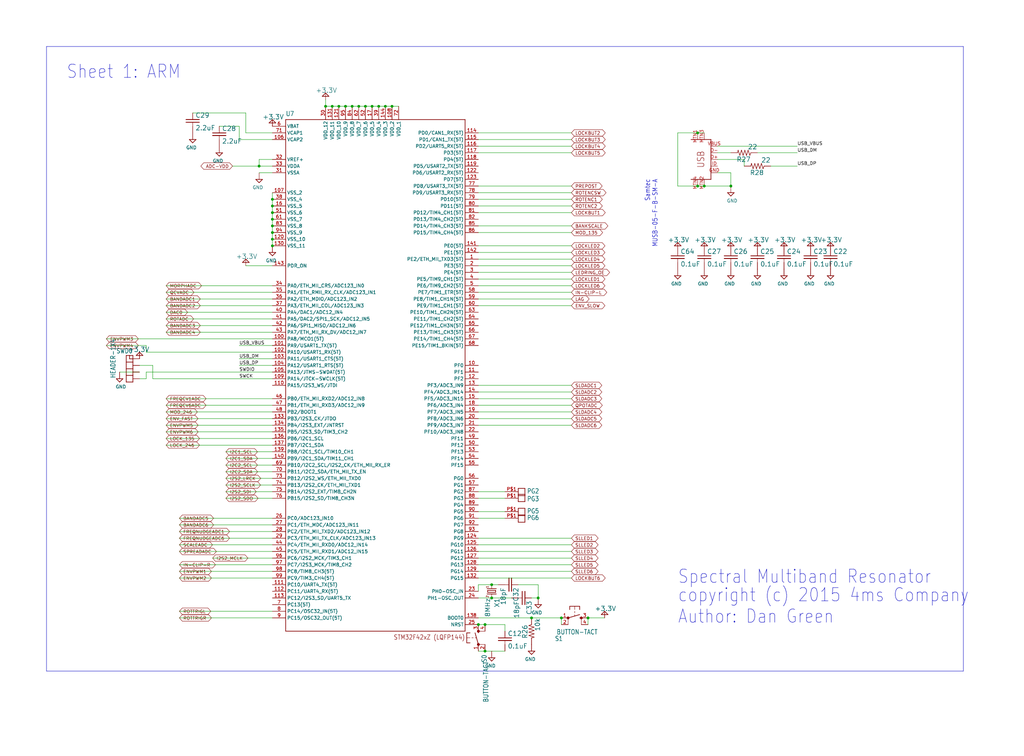
<source format=kicad_sch>
(kicad_sch (version 20231120) (generator "eeschema") (generator_version "8.0")
  (paper "User" 391.465 288.925)
  (lib_symbols
    (symbol "smrf-v1.0.1b-eagle-import:+3.3V" (power)
      (symbol "+3.3V_1_0"
        (pin power_in line (at 0 -2.54 90) (length 2.54) (name "+3.3V") (number "1"))
      )
    )
    (symbol "smrf-v1.0.1b-eagle-import:BUTTON-TACT"
      (property "Reference" "S" (at -6.35 -2.54 90))
      (symbol "BUTTON-TACT_1_0"
        (pin passive line (at 0 -5.08 90) (length 2.54) (name "1") (number "1"))
        (pin passive line (at 2.54 -5.08 90) (length 2.54) (name "2") (number "2"))
        (pin passive line (at 0 5.08 270) (length 2.54) (name "3") (number "3"))
        (pin passive line (at 2.54 5.08 270) (length 2.54) (name "4") (number "4"))
      )
    )
    (symbol "smrf-v1.0.1b-eagle-import:CB"
      (property "Reference" "C" (at 1.016 0.635 0))
      (symbol "CB_1_0"
        (pin passive line (at 0 2.54 270) (length 2.54) (name "1") (number "1"))
        (pin passive line (at 0 -5.08 90) (length 2.54) (name "2") (number "2"))
      )
    )
    (symbol "smrf-v1.0.1b-eagle-import:CRYSTALD"
      (property "Reference" "X" (at 2.54 1.016 0))
      (symbol "CRYSTALD_1_0"
        (text "1" (at -2.159 -1.143 0) (effects (font (size 0.8636 0.734)) (justify left bottom)))
        (text "2" (at 1.524 -1.143 0) (effects (font (size 0.8636 0.734)) (justify left bottom)))
        (pin passive line (at -2.54 0 0) (length 0) (name "1") (number "1"))
        (pin passive line (at 2.54 0 180) (length 0) (name "2") (number "2"))
      )
    )
    (symbol "smrf-v1.0.1b-eagle-import:GND" (power)
      (symbol "GND_1_0"
        (pin power_in line (at 0 2.54 270) (length 2.54) (name "GND") (number "1"))
      )
    )
    (symbol "smrf-v1.0.1b-eagle-import:HEADER-1X4"
      (property "Reference" "H" (at 0 4.572 0))
      (symbol "HEADER-1X4_1_0"
        (pin bidirectional line (at -2.54 2.54 0) (length 2.54) (name "P$1") (number "P$1"))
        (pin bidirectional line (at -2.54 0 0) (length 2.54) (name "P$2") (number "P$2"))
        (pin bidirectional line (at -2.54 -2.54 0) (length 2.54) (name "P$3") (number "P$3"))
        (pin bidirectional line (at -2.54 -5.08 0) (length 2.54) (name "P$4") (number "P$4"))
      )
    )
    (symbol "smrf-v1.0.1b-eagle-import:PAD-06"
      (property "Reference" "TP" (at 3.302 -0.762 0))
      (symbol "PAD-06_1_0"
        (pin bidirectional line (at -5.08 0 0) (length 5.08) (name "1") (number "P$1"))
      )
    )
    (symbol "smrf-v1.0.1b-eagle-import:RB"
      (property "Reference" "R" (at -2.54 1.4986 0))
      (symbol "RB_1_0"
        (pin passive line (at -5.08 0 0) (length 2.54) (name "1") (number "1"))
        (pin passive line (at 5.08 0 180) (length 2.54) (name "2") (number "2"))
      )
    )
    (symbol "smrf-v1.0.1b-eagle-import:STM32F429ZI"
      (property "Reference" "U" (at -35.56 77.47 0))
      (symbol "STM32F429ZI_1_0"
        (text "STM32F42xZ (LQFP144)" (at 33.02 -120.65 0) (effects (font (size 1.778 1.5113)) (justify right top)))
        (pin bidirectional line (at 38.1 22.86 180) (length 5.08) (name "PE2/ETH_MII_TXD3(5T)") (number "1"))
        (pin bidirectional line (at 38.1 -17.78 180) (length 5.08) (name "PF0") (number "10"))
        (pin bidirectional line (at -40.64 -7.62 0) (length 5.08) (name "PA8/MCO1(5T)") (number "100"))
        (pin bidirectional line (at -40.64 -10.16 0) (length 5.08) (name "PA9/USART1_TX(5T)") (number "101"))
        (pin bidirectional line (at -40.64 -12.7 0) (length 5.08) (name "PA10/USART1_RX(5T)") (number "102"))
        (pin bidirectional line (at -40.64 -15.24 0) (length 5.08) (name "PA11/USART1_CTS(5T)") (number "103"))
        (pin bidirectional line (at -40.64 -17.78 0) (length 5.08) (name "PA12/USART1_RTS(5T)") (number "104"))
        (pin bidirectional line (at -40.64 -20.32 0) (length 5.08) (name "PA13/JTMS-SWDAT(5T)") (number "105"))
        (pin bidirectional line (at -40.64 68.58 0) (length 5.08) (name "VCAP2") (number "106"))
        (pin bidirectional line (at -40.64 48.26 0) (length 5.08) (name "VSS_2") (number "107"))
        (pin bidirectional line (at 5.08 81.28 270) (length 5.08) (name "VDD_2") (number "108"))
        (pin bidirectional line (at -40.64 -22.86 0) (length 5.08) (name "PA14/JTCK-SWCLK(5T)") (number "109"))
        (pin bidirectional line (at 38.1 -20.32 180) (length 5.08) (name "PF1") (number "11"))
        (pin bidirectional line (at -40.64 -25.4 0) (length 5.08) (name "PA15/I2S3_WS/JTDI") (number "110"))
        (pin bidirectional line (at -40.64 -101.6 0) (length 5.08) (name "PC10/UART4_TX(5T)") (number "111"))
        (pin bidirectional line (at -40.64 -104.14 0) (length 5.08) (name "PC11/UART4_RX(5T)") (number "112"))
        (pin bidirectional line (at -40.64 -106.68 0) (length 5.08) (name "PC12/I2S3_SD/UART5_TX") (number "113"))
        (pin bidirectional line (at 38.1 71.12 180) (length 5.08) (name "PD0/CAN1_RX(5T)") (number "114"))
        (pin bidirectional line (at 38.1 68.58 180) (length 5.08) (name "PD1/CAN1_TX(5T)") (number "115"))
        (pin bidirectional line (at 38.1 66.04 180) (length 5.08) (name "PD2/UART5_RX(5T)") (number "116"))
        (pin bidirectional line (at 38.1 63.5 180) (length 5.08) (name "PD3(5T)") (number "117"))
        (pin bidirectional line (at 38.1 60.96 180) (length 5.08) (name "PD4(5T)") (number "118"))
        (pin bidirectional line (at 38.1 58.42 180) (length 5.08) (name "PD5/USART2_TX(5T)") (number "119"))
        (pin bidirectional line (at 38.1 -22.86 180) (length 5.08) (name "PF2") (number "12"))
        (pin bidirectional line (at -40.64 30.48 0) (length 5.08) (name "VSS_10") (number "120"))
        (pin bidirectional line (at -15.24 81.28 270) (length 5.08) (name "VDD_10") (number "121"))
        (pin bidirectional line (at 38.1 55.88 180) (length 5.08) (name "PD6/USART2_RX(5T)") (number "122"))
        (pin bidirectional line (at 38.1 53.34 180) (length 5.08) (name "PD7(5T)") (number "123"))
        (pin bidirectional line (at 38.1 -83.82 180) (length 5.08) (name "PG9") (number "124"))
        (pin bidirectional line (at 38.1 -86.36 180) (length 5.08) (name "PG10") (number "125"))
        (pin bidirectional line (at 38.1 -88.9 180) (length 5.08) (name "PG11") (number "126"))
        (pin bidirectional line (at 38.1 -91.44 180) (length 5.08) (name "PG12") (number "127"))
        (pin bidirectional line (at 38.1 -93.98 180) (length 5.08) (name "PG13") (number "128"))
        (pin bidirectional line (at 38.1 -96.52 180) (length 5.08) (name "PG14") (number "129"))
        (pin bidirectional line (at 38.1 -25.4 180) (length 5.08) (name "PF3/ADC3_IN9") (number "13"))
        (pin bidirectional line (at -40.64 27.94 0) (length 5.08) (name "VSS_11") (number "130"))
        (pin bidirectional line (at -17.78 81.28 270) (length 5.08) (name "VDD_11") (number "131"))
        (pin bidirectional line (at 38.1 -99.06 180) (length 5.08) (name "PG15") (number "132"))
        (pin bidirectional line (at -40.64 -38.1 0) (length 5.08) (name "PB3/I2S3_CK/JTDO") (number "133"))
        (pin bidirectional line (at -40.64 -40.64 0) (length 5.08) (name "PB4/I2S3_EXT/JNTRST") (number "134"))
        (pin bidirectional line (at -40.64 -43.18 0) (length 5.08) (name "PB5/I2S3_SD/TIM3_CH2") (number "135"))
        (pin bidirectional line (at -40.64 -45.72 0) (length 5.08) (name "PB6/I2C1_SCL") (number "136"))
        (pin bidirectional line (at -40.64 -48.26 0) (length 5.08) (name "PB7/I2C1_SDA") (number "137"))
        (pin bidirectional line (at 38.1 -114.3 180) (length 5.08) (name "BOOT0") (number "138"))
        (pin bidirectional line (at -40.64 -50.8 0) (length 5.08) (name "PB8/I2C1_SCL/TIM10_CH1") (number "139"))
        (pin bidirectional line (at 38.1 -27.94 180) (length 5.08) (name "PF4/ADC3_IN14") (number "14"))
        (pin bidirectional line (at -40.64 -53.34 0) (length 5.08) (name "PB9/I2C1_SDA/TIM11_CH1") (number "140"))
        (pin bidirectional line (at 38.1 27.94 180) (length 5.08) (name "PE0(5T)") (number "141"))
        (pin bidirectional line (at 38.1 25.4 180) (length 5.08) (name "PE1(5T)") (number "142"))
        (pin bidirectional line (at -40.64 20.32 0) (length 5.08) (name "PDR_ON") (number "143"))
        (pin bidirectional line (at 2.54 81.28 270) (length 5.08) (name "VDD_3") (number "144"))
        (pin bidirectional line (at 38.1 -30.48 180) (length 5.08) (name "PF5/ADC3_IN15") (number "15"))
        (pin bidirectional line (at -40.64 43.18 0) (length 5.08) (name "VSS_5") (number "16"))
        (pin bidirectional line (at -2.54 81.28 270) (length 5.08) (name "VDD_5") (number "17"))
        (pin bidirectional line (at 38.1 -33.02 180) (length 5.08) (name "PF6/ADC3_IN4") (number "18"))
        (pin bidirectional line (at 38.1 -35.56 180) (length 5.08) (name "PF7/ADC3_IN5") (number "19"))
        (pin bidirectional line (at 38.1 20.32 180) (length 5.08) (name "PE3(5T)") (number "2"))
        (pin bidirectional line (at 38.1 -38.1 180) (length 5.08) (name "PF8/ADC3_IN6") (number "20"))
        (pin bidirectional line (at 38.1 -40.64 180) (length 5.08) (name "PF9/ADC3_IN7") (number "21"))
        (pin bidirectional line (at 38.1 -43.18 180) (length 5.08) (name "PF10/ADC3_IN8") (number "22"))
        (pin bidirectional line (at 38.1 -104.14 180) (length 5.08) (name "PH0-OSC_IN") (number "23"))
        (pin bidirectional line (at 38.1 -106.68 180) (length 5.08) (name "PH1-OSC_OUT") (number "24"))
        (pin bidirectional line (at 38.1 -116.84 180) (length 5.08) (name "NRST") (number "25"))
        (pin bidirectional line (at -40.64 -76.2 0) (length 5.08) (name "PC0/ADC123_IN10") (number "26"))
        (pin bidirectional line (at -40.64 -78.74 0) (length 5.08) (name "PC1/ETH_MDC/ADC123_IN11") (number "27"))
        (pin bidirectional line (at -40.64 -81.28 0) (length 5.08) (name "PC2/ETH_MII_TXD2/ADC123_IN12") (number "28"))
        (pin bidirectional line (at -40.64 -83.82 0) (length 5.08) (name "PC3/ETH_MII_TX_CLK/ADC123_IN13") (number "29"))
        (pin bidirectional line (at 38.1 17.78 180) (length 5.08) (name "PE4(5T)") (number "3"))
        (pin bidirectional line (at -20.32 81.28 270) (length 5.08) (name "VDD_12") (number "30"))
        (pin bidirectional line (at -40.64 55.88 0) (length 5.08) (name "VSSA") (number "31"))
        (pin bidirectional line (at -40.64 60.96 0) (length 5.08) (name "VREF+") (number "32"))
        (pin bidirectional line (at -40.64 58.42 0) (length 5.08) (name "VDDA") (number "33"))
        (pin bidirectional line (at -40.64 12.7 0) (length 5.08) (name "PA0/ETH_MII_CRS/ADC123_IN0") (number "34"))
        (pin bidirectional line (at -40.64 10.16 0) (length 5.08) (name "PA1/ETH_RMII_RX_CLK/ADC123_IN1") (number "35"))
        (pin bidirectional line (at -40.64 7.62 0) (length 5.08) (name "PA2/ETH_MDIO/ADC123_IN2") (number "36"))
        (pin bidirectional line (at -40.64 5.08 0) (length 5.08) (name "PA3/ETH_MII_COL/ADC123_IN3") (number "37"))
        (pin bidirectional line (at -40.64 45.72 0) (length 5.08) (name "VSS_4") (number "38"))
        (pin bidirectional line (at 0 81.28 270) (length 5.08) (name "VDD_4") (number "39"))
        (pin bidirectional line (at 38.1 15.24 180) (length 5.08) (name "PE5/TIM9_CH1(5T)") (number "4"))
        (pin bidirectional line (at -40.64 2.54 0) (length 5.08) (name "PA4/DAC1/ADC12_IN4") (number "40"))
        (pin bidirectional line (at -40.64 0 0) (length 5.08) (name "PA5/DAC2/SPI1_SCK/ADC12_IN5") (number "41"))
        (pin bidirectional line (at -40.64 -2.54 0) (length 5.08) (name "PA6/SPI1_MISO/ADC12_IN6") (number "42"))
        (pin bidirectional line (at -40.64 -5.08 0) (length 5.08) (name "PA7/ETH_MII_RX_DV/ADC12_IN7") (number "43"))
        (pin bidirectional line (at -40.64 -86.36 0) (length 5.08) (name "PC4/ETH_MII_RXD0/ADC12_IN14") (number "44"))
        (pin bidirectional line (at -40.64 -88.9 0) (length 5.08) (name "PC5/ETH_MII_RXD1/ADC12_IN15") (number "45"))
        (pin bidirectional line (at -40.64 -30.48 0) (length 5.08) (name "PB0/ETH_MII_RXD2/ADC12_IN8") (number "46"))
        (pin bidirectional line (at -40.64 -33.02 0) (length 5.08) (name "PB1/ETH_MII_RXD3/ADC12_IN9") (number "47"))
        (pin bidirectional line (at -40.64 -35.56 0) (length 5.08) (name "PB2/BOOT1") (number "48"))
        (pin bidirectional line (at 38.1 -45.72 180) (length 5.08) (name "PF11") (number "49"))
        (pin bidirectional line (at 38.1 12.7 180) (length 5.08) (name "PE6/TIM9_CH2(5T)") (number "5"))
        (pin bidirectional line (at 38.1 -48.26 180) (length 5.08) (name "PF12") (number "50"))
        (pin bidirectional line (at -40.64 40.64 0) (length 5.08) (name "VSS_6") (number "51"))
        (pin bidirectional line (at -5.08 81.28 270) (length 5.08) (name "VDD_6") (number "52"))
        (pin bidirectional line (at 38.1 -50.8 180) (length 5.08) (name "PF13") (number "53"))
        (pin bidirectional line (at 38.1 -53.34 180) (length 5.08) (name "PF14") (number "54"))
        (pin bidirectional line (at 38.1 -55.88 180) (length 5.08) (name "PF15") (number "55"))
        (pin bidirectional line (at 38.1 -60.96 180) (length 5.08) (name "PG0") (number "56"))
        (pin bidirectional line (at 38.1 -63.5 180) (length 5.08) (name "PG1") (number "57"))
        (pin bidirectional line (at 38.1 10.16 180) (length 5.08) (name "PE7/TIM1_ETR(5T)") (number "58"))
        (pin bidirectional line (at 38.1 7.62 180) (length 5.08) (name "PE8/TIM1_CH1N(5T)") (number "59"))
        (pin bidirectional line (at -40.64 73.66 0) (length 5.08) (name "VBAT") (number "6"))
        (pin bidirectional line (at 38.1 5.08 180) (length 5.08) (name "PE9/TIM1_CH1(5T)") (number "60"))
        (pin bidirectional line (at -40.64 38.1 0) (length 5.08) (name "VSS_7") (number "61"))
        (pin bidirectional line (at -7.62 81.28 270) (length 5.08) (name "VDD_7") (number "62"))
        (pin bidirectional line (at 38.1 2.54 180) (length 5.08) (name "PE10/TIM1_CH2N(5T)") (number "63"))
        (pin bidirectional line (at 38.1 0 180) (length 5.08) (name "PE11/TIM1_CH2(5T)") (number "64"))
        (pin bidirectional line (at 38.1 -2.54 180) (length 5.08) (name "PE12/TIM1_CH3N(5T)") (number "65"))
        (pin bidirectional line (at 38.1 -5.08 180) (length 5.08) (name "PE13/TIM1_CH3(5T)") (number "66"))
        (pin bidirectional line (at 38.1 -7.62 180) (length 5.08) (name "PE14/TIM1_CH4(5T)") (number "67"))
        (pin bidirectional line (at 38.1 -10.16 180) (length 5.08) (name "PE15/TIM1_BKIN(5T)") (number "68"))
        (pin bidirectional line (at -40.64 -55.88 0) (length 5.08) (name "PB10/I2C2_SCL/I2S2_CK/ETH_MII_RX_ER") (number "69"))
        (pin bidirectional line (at -40.64 -109.22 0) (length 5.08) (name "PC13(5T)") (number "7"))
        (pin bidirectional line (at -40.64 -58.42 0) (length 5.08) (name "PB11/I2C2_SDA/ETH_MII_TX_EN") (number "70"))
        (pin bidirectional line (at -40.64 71.12 0) (length 5.08) (name "VCAP1") (number "71"))
        (pin bidirectional line (at 7.62 81.28 270) (length 5.08) (name "VDD_1") (number "72"))
        (pin bidirectional line (at -40.64 -60.96 0) (length 5.08) (name "PB12/I2S2_WS/ETH_MII_TXD0") (number "73"))
        (pin bidirectional line (at -40.64 -63.5 0) (length 5.08) (name "PB13/I2S2_CK/ETH_MII_TXD1") (number "74"))
        (pin bidirectional line (at -40.64 -66.04 0) (length 5.08) (name "PB14/I2S2_EXT/TIM8_CH2N") (number "75"))
        (pin bidirectional line (at -40.64 -68.58 0) (length 5.08) (name "PB15/I2S2_SD/TIM8_CH3N") (number "76"))
        (pin bidirectional line (at 38.1 50.8 180) (length 5.08) (name "PD8/USART3_TX(5T)") (number "77"))
        (pin bidirectional line (at 38.1 48.26 180) (length 5.08) (name "PD9/USART3_RX(5T)") (number "78"))
        (pin bidirectional line (at 38.1 45.72 180) (length 5.08) (name "PD10(5T)") (number "79"))
        (pin bidirectional line (at -40.64 -111.76 0) (length 5.08) (name "PC14/OSC32_IN(5T)") (number "8"))
        (pin bidirectional line (at 38.1 43.18 180) (length 5.08) (name "PD11(5T)") (number "80"))
        (pin bidirectional line (at 38.1 40.64 180) (length 5.08) (name "PD12/TIM4_CH1(5T)") (number "81"))
        (pin bidirectional line (at 38.1 38.1 180) (length 5.08) (name "PD13/TIM4_CH2(5T)") (number "82"))
        (pin bidirectional line (at -40.64 35.56 0) (length 5.08) (name "VSS_8") (number "83"))
        (pin bidirectional line (at -10.16 81.28 270) (length 5.08) (name "VDD_8") (number "84"))
        (pin bidirectional line (at 38.1 35.56 180) (length 5.08) (name "PD14/TIM4_CH3(5T)") (number "85"))
        (pin bidirectional line (at 38.1 33.02 180) (length 5.08) (name "PD15/TIM4_CH4(5T)") (number "86"))
        (pin bidirectional line (at 38.1 -66.04 180) (length 5.08) (name "PG2") (number "87"))
        (pin bidirectional line (at 38.1 -68.58 180) (length 5.08) (name "PG3") (number "88"))
        (pin bidirectional line (at 38.1 -71.12 180) (length 5.08) (name "PG4") (number "89"))
        (pin bidirectional line (at -40.64 -114.3 0) (length 5.08) (name "PC15/OSC32_OUT(5T)") (number "9"))
        (pin bidirectional line (at 38.1 -73.66 180) (length 5.08) (name "PG5") (number "90"))
        (pin bidirectional line (at 38.1 -76.2 180) (length 5.08) (name "PG6") (number "91"))
        (pin bidirectional line (at 38.1 -78.74 180) (length 5.08) (name "PG7") (number "92"))
        (pin bidirectional line (at 38.1 -81.28 180) (length 5.08) (name "PG8") (number "93"))
        (pin bidirectional line (at -40.64 33.02 0) (length 5.08) (name "VSS_9") (number "94"))
        (pin bidirectional line (at -12.7 81.28 270) (length 5.08) (name "VDD_9") (number "95"))
        (pin bidirectional line (at -40.64 -91.44 0) (length 5.08) (name "PC6/I2S2_MCK/TIM3_CH1") (number "96"))
        (pin bidirectional line (at -40.64 -93.98 0) (length 5.08) (name "PC7/I2S3_MCK/TIM8_CH2") (number "97"))
        (pin bidirectional line (at -40.64 -96.52 0) (length 5.08) (name "PC8/TIM8_CH3(5T)") (number "98"))
        (pin bidirectional line (at -40.64 -99.06 0) (length 5.08) (name "PC9/TIM3_CH4(5T)") (number "99"))
      )
    )
    (symbol "smrf-v1.0.1b-eagle-import:USB-MINIB-5PIN"
      (symbol "USB-MINIB-5PIN_1_0"
        (text "USB" (at 5.334 1.778 900) (effects (font (size 2.54 2.159)) (justify left bottom)))
        (pin bidirectional line (at -2.54 5.08 0) (length 2.54) (name "D+") (number "D+"))
        (pin bidirectional line (at -2.54 7.62 0) (length 2.54) (name "D-") (number "D-"))
        (pin bidirectional line (at -2.54 0 0) (length 2.54) (name "GND") (number "GND"))
        (pin bidirectional line (at -2.54 2.54 0) (length 2.54) (name "ID") (number "ID"))
        (pin bidirectional line (at 5.08 15.24 270) (length 2.54) (name "MTN2") (number "MTN1"))
        (pin bidirectional line (at 2.54 -5.08 90) (length 2.54) (name "MTN3") (number "MTN2"))
        (pin bidirectional line (at 2.54 15.24 270) (length 2.54) (name "MTN1") (number "MTN3"))
        (pin bidirectional line (at 5.08 -5.08 90) (length 2.54) (name "MTN4") (number "MTN4"))
        (pin bidirectional line (at -2.54 10.16 0) (length 2.54) (name "VBUS") (number "VBUS"))
      )
    )
    (symbol "smrf-v1.0.1b-eagle-import:malekko main_RB"
      (property "Reference" "R" (at -2.54 1.4986 0))
      (symbol "malekko main_RB_1_0"
        (pin passive line (at -5.08 0 0) (length 2.54) (name "1") (number "1"))
        (pin passive line (at 5.08 0 180) (length 2.54) (name "2") (number "2"))
      )
    )
  )
  (junction (at 104.14 88.9))
  (junction (at 104.14 91.44))
  (junction (at 187.96 223.52))
  (junction (at 147.32 40.64))
  (junction (at 182.88 238.76))
  (junction (at 269.24 71.12))
  (junction (at 104.14 93.98))
  (junction (at 266.7 50.8))
  (junction (at 266.7 71.12))
  (junction (at 205.74 228.6))
  (junction (at 132.08 40.64))
  (junction (at 185.42 248.92))
  (junction (at 104.14 83.82))
  (junction (at 214.63 236.22))
  (junction (at 104.14 78.74))
  (junction (at 185.42 238.76))
  (junction (at 149.86 40.64))
  (junction (at 104.14 76.2))
  (junction (at 127 40.64))
  (junction (at 104.14 81.28))
  (junction (at 129.54 40.64))
  (junction (at 187.96 228.6))
  (junction (at 139.7 40.64))
  (junction (at 279.4 71.12))
  (junction (at 134.62 40.64))
  (junction (at 144.78 40.64))
  (junction (at 203.2 236.22))
  (junction (at 104.14 86.36))
  (junction (at 137.16 40.64))
  (junction (at 99.06 63.5))
  (junction (at 142.24 40.64))
  (junction (at 224.79 236.22))
  (junction (at 124.46 40.64))
  (wire (pts (xy 218.44 116.84) (xy 182.88 116.84)) (stroke (width 0.1524)))
  (wire (pts (xy 182.88 93.98) (xy 218.44 93.98)) (stroke (width 0.1524)))
  (wire (pts (xy 259.08 50.8) (xy 259.08 71.12)) (stroke (width 0.1524)))
  (wire (pts (xy 182.88 58.42) (xy 218.44 58.42)) (stroke (width 0.1524)))
  (wire (pts (xy 144.78 40.64) (xy 142.24 40.64)) (stroke (width 0.1524)))
  (wire (pts (xy 182.88 236.22) (xy 203.2 236.22)) (stroke (width 0.1524)))
  (wire (pts (xy 104.14 157.48) (xy 63.5 157.48)) (stroke (width 0.1524)))
  (wire (pts (xy 134.62 40.64) (xy 132.08 40.64)) (stroke (width 0.1524)))
  (wire (pts (xy 152.4 40.64) (xy 149.86 40.64)) (stroke (width 0.1524)))
  (wire (pts (xy 104.14 139.7) (xy 91.44 139.7)) (stroke (width 0.1524)))
  (wire (pts (xy 104.14 200.66) (xy 68.58 200.66)) (stroke (width 0.1524)))
  (wire (pts (xy 104.14 50.8) (xy 93.98 50.8)) (stroke (width 0.1524)))
  (wire (pts (xy 104.14 210.82) (xy 68.58 210.82)) (stroke (width 0.1524)))
  (wire (pts (xy 104.14 190.5) (xy 86.36 190.5)) (stroke (width 0.1524)))
  (wire (pts (xy 55.88 134.62) (xy 55.88 132.08)) (stroke (width 0.1524)))
  (wire (pts (xy 104.14 129.54) (xy 40.64 129.54)) (stroke (width 0.1524)))
  (polyline (pts (xy 368.3 17.78) (xy 368.3 256.54)) (stroke (width 0.1524) (type solid)))
  (wire (pts (xy 55.88 142.24) (xy 104.14 142.24)) (stroke (width 0.1524)))
  (wire (pts (xy 104.14 154.94) (xy 63.5 154.94)) (stroke (width 0.1524)))
  (wire (pts (xy 182.88 99.06) (xy 218.44 99.06)) (stroke (width 0.1524)))
  (wire (pts (xy 99.06 63.5) (xy 88.9 63.5)) (stroke (width 0.1524)))
  (wire (pts (xy 187.96 223.52) (xy 190.5 223.52)) (stroke (width 0.1524)))
  (wire (pts (xy 218.44 208.28) (xy 182.88 208.28)) (stroke (width 0.1524)))
  (wire (pts (xy 182.88 149.86) (xy 218.44 149.86)) (stroke (width 0.1524)))
  (wire (pts (xy 182.88 215.9) (xy 218.44 215.9)) (stroke (width 0.1524)))
  (wire (pts (xy 284.48 60.96) (xy 284.48 63.5)) (stroke (width 0.1524)))
  (wire (pts (xy 58.42 144.78) (xy 58.42 139.7)) (stroke (width 0.1524)))
  (wire (pts (xy 63.5 167.64) (xy 104.14 167.64)) (stroke (width 0.1524)))
  (wire (pts (xy 182.88 104.14) (xy 218.44 104.14)) (stroke (width 0.1524)))
  (wire (pts (xy 224.79 236.22) (xy 231.14 236.22)) (stroke (width 0.1524)))
  (wire (pts (xy 104.14 88.9) (xy 104.14 86.36)) (stroke (width 0.1524)))
  (wire (pts (xy 218.44 111.76) (xy 182.88 111.76)) (stroke (width 0.1524)))
  (wire (pts (xy 185.42 238.76) (xy 193.04 238.76)) (stroke (width 0.1524)))
  (wire (pts (xy 218.44 78.74) (xy 182.88 78.74)) (stroke (width 0.1524)))
  (wire (pts (xy 218.44 73.66) (xy 182.88 73.66)) (stroke (width 0.1524)))
  (polyline (pts (xy 368.3 256.54) (xy 17.78 256.54)) (stroke (width 0.1524) (type solid)))
  (wire (pts (xy 104.14 101.6) (xy 93.98 101.6)) (stroke (width 0.1524)))
  (wire (pts (xy 142.24 40.64) (xy 139.7 40.64)) (stroke (width 0.1524)))
  (wire (pts (xy 129.54 40.64) (xy 127 40.64)) (stroke (width 0.1524)))
  (wire (pts (xy 193.04 190.5) (xy 182.88 190.5)) (stroke (width 0.1524)))
  (wire (pts (xy 132.08 40.64) (xy 129.54 40.64)) (stroke (width 0.1524)))
  (wire (pts (xy 182.88 223.52) (xy 187.96 223.52)) (stroke (width 0.1524)))
  (wire (pts (xy 182.88 218.44) (xy 218.44 218.44)) (stroke (width 0.1524)))
  (wire (pts (xy 104.14 86.36) (xy 104.14 83.82)) (stroke (width 0.1524)))
  (wire (pts (xy 104.14 63.5) (xy 99.06 63.5)) (stroke (width 0.1524)))
  (wire (pts (xy 266.7 50.8) (xy 259.08 50.8)) (stroke (width 0.1524)))
  (wire (pts (xy 93.98 50.8) (xy 93.98 43.18)) (stroke (width 0.1524)))
  (wire (pts (xy 104.14 116.84) (xy 63.5 116.84)) (stroke (width 0.1524)))
  (wire (pts (xy 182.88 160.02) (xy 218.44 160.02)) (stroke (width 0.1524)))
  (wire (pts (xy 68.58 198.12) (xy 104.14 198.12)) (stroke (width 0.1524)))
  (wire (pts (xy 182.88 226.06) (xy 182.88 223.52)) (stroke (width 0.1524)))
  (wire (pts (xy 182.88 55.88) (xy 218.44 55.88)) (stroke (width 0.1524)))
  (wire (pts (xy 63.5 119.38) (xy 104.14 119.38)) (stroke (width 0.1524)))
  (wire (pts (xy 182.88 220.98) (xy 218.44 220.98)) (stroke (width 0.1524)))
  (wire (pts (xy 182.88 157.48) (xy 218.44 157.48)) (stroke (width 0.1524)))
  (wire (pts (xy 104.14 175.26) (xy 86.36 175.26)) (stroke (width 0.1524)))
  (wire (pts (xy 182.88 210.82) (xy 218.44 210.82)) (stroke (width 0.1524)))
  (wire (pts (xy 104.14 170.18) (xy 63.5 170.18)) (stroke (width 0.1524)))
  (wire (pts (xy 99.06 66.04) (xy 104.14 66.04)) (stroke (width 0.1524)))
  (wire (pts (xy 182.88 162.56) (xy 218.44 162.56)) (stroke (width 0.1524)))
  (wire (pts (xy 205.74 228.6) (xy 205.74 223.52)) (stroke (width 0.1524)))
  (wire (pts (xy 104.14 215.9) (xy 68.58 215.9)) (stroke (width 0.1524)))
  (wire (pts (xy 104.14 109.22) (xy 63.5 109.22)) (stroke (width 0.1524)))
  (wire (pts (xy 104.14 182.88) (xy 86.36 182.88)) (stroke (width 0.1524)))
  (wire (pts (xy 218.44 76.2) (xy 182.88 76.2)) (stroke (width 0.1524)))
  (wire (pts (xy 104.14 152.4) (xy 63.5 152.4)) (stroke (width 0.1524)))
  (wire (pts (xy 45.72 142.24) (xy 53.34 142.24)) (stroke (width 0.1524)))
  (wire (pts (xy 104.14 180.34) (xy 86.36 180.34)) (stroke (width 0.1524)))
  (wire (pts (xy 104.14 137.16) (xy 91.44 137.16)) (stroke (width 0.1524)))
  (wire (pts (xy 182.88 152.4) (xy 218.44 152.4)) (stroke (width 0.1524)))
  (wire (pts (xy 279.4 66.04) (xy 279.4 71.12)) (stroke (width 0.1524)))
  (wire (pts (xy 185.42 248.92) (xy 193.04 248.92)) (stroke (width 0.1524)))
  (wire (pts (xy 147.32 40.64) (xy 144.78 40.64)) (stroke (width 0.1524)))
  (wire (pts (xy 127 40.64) (xy 124.46 40.64)) (stroke (width 0.1524)))
  (wire (pts (xy 63.5 124.46) (xy 104.14 124.46)) (stroke (width 0.1524)))
  (wire (pts (xy 139.7 40.64) (xy 137.16 40.64)) (stroke (width 0.1524)))
  (wire (pts (xy 104.14 160.02) (xy 63.5 160.02)) (stroke (width 0.1524)))
  (wire (pts (xy 182.88 50.8) (xy 218.44 50.8)) (stroke (width 0.1524)))
  (wire (pts (xy 274.32 66.04) (xy 279.4 66.04)) (stroke (width 0.1524)))
  (wire (pts (xy 55.88 134.62) (xy 104.14 134.62)) (stroke (width 0.1524)))
  (wire (pts (xy 274.32 60.96) (xy 284.48 60.96)) (stroke (width 0.1524)))
  (wire (pts (xy 81.28 213.36) (xy 104.14 213.36)) (stroke (width 0.1524)))
  (wire (pts (xy 91.44 132.08) (xy 104.14 132.08)) (stroke (width 0.1524)))
  (wire (pts (xy 104.14 78.74) (xy 104.14 76.2)) (stroke (width 0.1524)))
  (wire (pts (xy 53.34 144.78) (xy 55.88 144.78)) (stroke (width 0.1524)))
  (wire (pts (xy 104.14 218.44) (xy 68.58 218.44)) (stroke (width 0.1524)))
  (wire (pts (xy 104.14 187.96) (xy 86.36 187.96)) (stroke (width 0.1524)))
  (wire (pts (xy 214.63 236.22) (xy 214.63 238.76)) (stroke (width 0.1524)))
  (wire (pts (xy 185.42 248.92) (xy 182.88 248.92)) (stroke (width 0.1524)))
  (wire (pts (xy 205.74 228.6) (xy 203.2 228.6)) (stroke (width 0.1524)))
  (wire (pts (xy 68.58 203.2) (xy 104.14 203.2)) (stroke (width 0.1524)))
  (wire (pts (xy 104.14 205.74) (xy 68.58 205.74)) (stroke (width 0.1524)))
  (wire (pts (xy 104.14 233.68) (xy 68.58 233.68)) (stroke (width 0.1524)))
  (wire (pts (xy 182.88 238.76) (xy 185.42 238.76)) (stroke (width 0.1524)))
  (wire (pts (xy 104.14 172.72) (xy 86.36 172.72)) (stroke (width 0.1524)))
  (wire (pts (xy 218.44 88.9) (xy 182.88 88.9)) (stroke (width 0.1524)))
  (wire (pts (xy 58.42 139.7) (xy 53.34 139.7)) (stroke (width 0.1524)))
  (wire (pts (xy 218.44 71.12) (xy 182.88 71.12)) (stroke (width 0.1524)))
  (wire (pts (xy 104.14 121.92) (xy 63.5 121.92)) (stroke (width 0.1524)))
  (polyline (pts (xy 17.78 256.54) (xy 17.78 17.78)) (stroke (width 0.1524) (type solid)))
  (wire (pts (xy 104.14 165.1) (xy 63.5 165.1)) (stroke (width 0.1524)))
  (wire (pts (xy 266.7 71.12) (xy 259.08 71.12)) (stroke (width 0.1524)))
  (wire (pts (xy 104.14 220.98) (xy 68.58 220.98)) (stroke (width 0.1524)))
  (wire (pts (xy 104.14 162.56) (xy 63.5 162.56)) (stroke (width 0.1524)))
  (wire (pts (xy 182.88 101.6) (xy 218.44 101.6)) (stroke (width 0.1524)))
  (wire (pts (xy 55.88 144.78) (xy 55.88 142.24)) (stroke (width 0.1524)))
  (wire (pts (xy 182.88 213.36) (xy 218.44 213.36)) (stroke (width 0.1524)))
  (wire (pts (xy 63.5 111.76) (xy 104.14 111.76)) (stroke (width 0.1524)))
  (wire (pts (xy 104.14 144.78) (xy 58.42 144.78)) (stroke (width 0.1524)))
  (wire (pts (xy 91.44 53.34) (xy 91.44 48.26)) (stroke (width 0.1524)))
  (wire (pts (xy 182.88 114.3) (xy 218.44 114.3)) (stroke (width 0.1524)))
  (wire (pts (xy 182.88 154.94) (xy 218.44 154.94)) (stroke (width 0.1524)))
  (polyline (pts (xy 17.78 17.78) (xy 368.3 17.78)) (stroke (width 0.1524) (type solid)))
  (wire (pts (xy 104.14 177.8) (xy 86.36 177.8)) (stroke (width 0.1524)))
  (wire (pts (xy 104.14 93.98) (xy 104.14 91.44)) (stroke (width 0.1524)))
  (wire (pts (xy 218.44 205.74) (xy 182.88 205.74)) (stroke (width 0.1524)))
  (wire (pts (xy 294.64 63.5) (xy 304.8 63.5)) (stroke (width 0.1524)))
  (wire (pts (xy 218.44 86.36) (xy 182.88 86.36)) (stroke (width 0.1524)))
  (wire (pts (xy 124.46 40.64) (xy 124.46 38.1)) (stroke (width 0.1524)))
  (wire (pts (xy 187.96 228.6) (xy 182.88 228.6)) (stroke (width 0.1524)))
  (wire (pts (xy 104.14 185.42) (xy 86.36 185.42)) (stroke (width 0.1524)))
  (wire (pts (xy 104.14 53.34) (xy 91.44 53.34)) (stroke (width 0.1524)))
  (wire (pts (xy 63.5 114.3) (xy 104.14 114.3)) (stroke (width 0.1524)))
  (wire (pts (xy 205.74 223.52) (xy 198.12 223.52)) (stroke (width 0.1524)))
  (wire (pts (xy 279.4 71.12) (xy 269.24 71.12)) (stroke (width 0.1524)))
  (wire (pts (xy 224.79 238.76) (xy 224.79 236.22)) (stroke (width 0.1524)))
  (wire (pts (xy 203.2 236.22) (xy 214.63 236.22)) (stroke (width 0.1524)))
  (wire (pts (xy 104.14 60.96) (xy 99.06 60.96)) (stroke (width 0.1524)))
  (wire (pts (xy 182.88 96.52) (xy 218.44 96.52)) (stroke (width 0.1524)))
  (wire (pts (xy 269.24 50.8) (xy 266.7 50.8)) (stroke (width 0.1524)))
  (wire (pts (xy 93.98 43.18) (xy 73.66 43.18)) (stroke (width 0.1524)))
  (wire (pts (xy 182.88 147.32) (xy 218.44 147.32)) (stroke (width 0.1524)))
  (wire (pts (xy 104.14 208.28) (xy 68.58 208.28)) (stroke (width 0.1524)))
  (wire (pts (xy 187.96 228.6) (xy 195.58 228.6)) (stroke (width 0.1524)))
  (wire (pts (xy 279.4 58.42) (xy 274.32 58.42)) (stroke (width 0.1524)))
  (wire (pts (xy 193.04 238.76) (xy 193.04 241.3)) (stroke (width 0.1524)))
  (wire (pts (xy 104.14 83.82) (xy 104.14 81.28)) (stroke (width 0.1524)))
  (wire (pts (xy 218.44 81.28) (xy 182.88 81.28)) (stroke (width 0.1524)))
  (wire (pts (xy 104.14 76.2) (xy 104.14 73.66)) (stroke (width 0.1524)))
  (wire (pts (xy 104.14 127) (xy 63.5 127)) (stroke (width 0.1524)))
  (wire (pts (xy 104.14 91.44) (xy 104.14 88.9)) (stroke (width 0.1524)))
  (wire (pts (xy 274.32 55.88) (xy 304.8 55.88)) (stroke (width 0.1524)))
  (wire (pts (xy 149.86 40.64) (xy 147.32 40.64)) (stroke (width 0.1524)))
  (wire (pts (xy 182.88 187.96) (xy 193.04 187.96)) (stroke (width 0.1524)))
  (wire (pts (xy 55.88 132.08) (xy 40.64 132.08)) (stroke (width 0.1524)))
  (wire (pts (xy 218.44 106.68) (xy 182.88 106.68)) (stroke (width 0.1524)))
  (wire (pts (xy 269.24 71.12) (xy 266.7 71.12)) (stroke (width 0.1524)))
  (wire (pts (xy 99.06 60.96) (xy 99.06 63.5)) (stroke (width 0.1524)))
  (wire (pts (xy 182.88 53.34) (xy 218.44 53.34)) (stroke (width 0.1524)))
  (wire (pts (xy 218.44 109.22) (xy 182.88 109.22)) (stroke (width 0.1524)))
  (wire (pts (xy 68.58 236.22) (xy 104.14 236.22)) (stroke (width 0.1524)))
  (wire (pts (xy 289.56 58.42) (xy 304.8 58.42)) (stroke (width 0.1524)))
  (wire (pts (xy 104.14 81.28) (xy 104.14 78.74)) (stroke (width 0.1524)))
  (wire (pts (xy 137.16 40.64) (xy 134.62 40.64)) (stroke (width 0.1524)))
  (wire (pts (xy 91.44 48.26) (xy 83.82 48.26)) (stroke (width 0.1524)))
  (wire (pts (xy 182.88 198.12) (xy 193.04 198.12)) (stroke (width 0.1524)))
  (wire (pts (xy 193.04 195.58) (xy 182.88 195.58)) (stroke (width 0.1524)))
  (text "Sheet 1: ARM" (at 25.4 30.48 0) (effects (font (size 5.08 4.318)) (justify left bottom)))
  (text "Samtec\nMUSB-05-F-B-SM-A" (at 251.46 68.58 90) (effects (font (size 1.778 1.5113)) (justify right bottom)))
  (text "Spectral Multiband Resonator" (at 259.08 223.52 0) (effects (font (size 5.08 4.318)) (justify left bottom)))
  (text "copyright (c) 2015 4ms Company\nAuthor: Dan Green" (at 259.08 238.76 0) (effects (font (size 5.08 4.318)) (justify left bottom)))
  (label "USB_DM" (at 91.44 137.16 0) (effects (font (size 1.2446 1.2446))))
  (label "USB_DP" (at 91.44 139.7 0) (effects (font (size 1.2446 1.2446))))
  (label "USB_DP" (at 304.8 63.5 0) (effects (font (size 1.2446 1.2446))))
  (label "SWCK" (at 91.44 144.78 0) (effects (font (size 1.2446 1.2446))))
  (label "USB_DM" (at 304.8 58.42 0) (effects (font (size 1.2446 1.2446))))
  (label "USB_VBUS" (at 304.8 55.88 0) (effects (font (size 1.2446 1.2446))))
  (label "USB_VBUS" (at 91.44 132.08 0) (effects (font (size 1.2446 1.2446))))
  (label "SWDIO" (at 91.44 142.24 0) (effects (font (size 1.2446 1.2446))))
  (global_label "SCALEADC" (shape bidirectional) (at 68.58 208.28 0) (effects (font (size 1.2446 1.2446))) (property "Intersheetrefs" "${INTERSHEET_REFS}" (effects (hide yes))))
  (global_label "PREPOST" (shape bidirectional) (at 218.44 71.12 0) (effects (font (size 1.2446 1.2446))) (property "Intersheetrefs" "${INTERSHEET_REFS}" (effects (hide yes))))
  (global_label "ENVPWM1" (shape bidirectional) (at 68.58 218.44 0) (effects (font (size 1.2446 1.2446))) (property "Intersheetrefs" "${INTERSHEET_REFS}" (effects (hide yes))))
  (global_label "I2C1_SDA" (shape bidirectional) (at 86.36 175.26 0) (effects (font (size 1.2446 1.2446))) (property "Intersheetrefs" "${INTERSHEET_REFS}" (effects (hide yes))))
  (global_label "LOCKBUT3" (shape bidirectional) (at 218.44 53.34 0) (effects (font (size 1.2446 1.2446))) (property "Intersheetrefs" "${INTERSHEET_REFS}" (effects (hide yes))))
  (global_label "LAG" (shape bidirectional) (at 218.44 114.3 0) (effects (font (size 1.2446 1.2446))) (property "Intersheetrefs" "${INTERSHEET_REFS}" (effects (hide yes))))
  (global_label "I2S2_LRCK" (shape bidirectional) (at 86.36 182.88 0) (effects (font (size 1.2446 1.2446))) (property "Intersheetrefs" "${INTERSHEET_REFS}" (effects (hide yes))))
  (global_label "LOCKBUT5" (shape bidirectional) (at 218.44 58.42 0) (effects (font (size 1.2446 1.2446))) (property "Intersheetrefs" "${INTERSHEET_REFS}" (effects (hide yes))))
  (global_label "ENVPWM6" (shape bidirectional) (at 63.5 165.1 0) (effects (font (size 1.2446 1.2446))) (property "Intersheetrefs" "${INTERSHEET_REFS}" (effects (hide yes))))
  (global_label "QPOTADC" (shape bidirectional) (at 218.44 154.94 0) (effects (font (size 1.2446 1.2446))) (property "Intersheetrefs" "${INTERSHEET_REFS}" (effects (hide yes))))
  (global_label "SLDADC3" (shape bidirectional) (at 218.44 152.4 0) (effects (font (size 1.2446 1.2446))) (property "Intersheetrefs" "${INTERSHEET_REFS}" (effects (hide yes))))
  (global_label "BANDADC4" (shape bidirectional) (at 63.5 127 0) (effects (font (size 1.2446 1.2446))) (property "Intersheetrefs" "${INTERSHEET_REFS}" (effects (hide yes))))
  (global_label "BANDADC3" (shape bidirectional) (at 63.5 124.46 0) (effects (font (size 1.2446 1.2446))) (property "Intersheetrefs" "${INTERSHEET_REFS}" (effects (hide yes))))
  (global_label "SPREADADC" (shape bidirectional) (at 68.58 210.82 0) (effects (font (size 1.2446 1.2446))) (property "Intersheetrefs" "${INTERSHEET_REFS}" (effects (hide yes))))
  (global_label "ENVPWM3" (shape bidirectional) (at 40.64 129.54 0) (effects (font (size 1.2446 1.2446))) (property "Intersheetrefs" "${INTERSHEET_REFS}" (effects (hide yes))))
  (global_label "ENVPWM4" (shape bidirectional) (at 40.64 132.08 0) (effects (font (size 1.2446 1.2446))) (property "Intersheetrefs" "${INTERSHEET_REFS}" (effects (hide yes))))
  (global_label "I2C1_SCL" (shape bidirectional) (at 86.36 172.72 0) (effects (font (size 1.2446 1.2446))) (property "Intersheetrefs" "${INTERSHEET_REFS}" (effects (hide yes))))
  (global_label "SLDADC4" (shape bidirectional) (at 218.44 157.48 0) (effects (font (size 1.2446 1.2446))) (property "Intersheetrefs" "${INTERSHEET_REFS}" (effects (hide yes))))
  (global_label "LOCK_246" (shape bidirectional) (at 63.5 170.18 0) (effects (font (size 1.2446 1.2446))) (property "Intersheetrefs" "${INTERSHEET_REFS}" (effects (hide yes))))
  (global_label "BANDADC2" (shape bidirectional) (at 63.5 116.84 0) (effects (font (size 1.2446 1.2446))) (property "Intersheetrefs" "${INTERSHEET_REFS}" (effects (hide yes))))
  (global_label "SLLED3" (shape bidirectional) (at 218.44 210.82 0) (effects (font (size 1.2446 1.2446))) (property "Intersheetrefs" "${INTERSHEET_REFS}" (effects (hide yes))))
  (global_label "ROTTRIGR" (shape bidirectional) (at 68.58 236.22 0) (effects (font (size 1.2446 1.2446))) (property "Intersheetrefs" "${INTERSHEET_REFS}" (effects (hide yes))))
  (global_label "SLLED6" (shape bidirectional) (at 218.44 218.44 0) (effects (font (size 1.2446 1.2446))) (property "Intersheetrefs" "${INTERSHEET_REFS}" (effects (hide yes))))
  (global_label "I2S2_MCLK" (shape bidirectional) (at 81.28 213.36 0) (effects (font (size 1.2446 1.2446))) (property "Intersheetrefs" "${INTERSHEET_REFS}" (effects (hide yes))))
  (global_label "LOCKBUT6" (shape bidirectional) (at 218.44 220.98 0) (effects (font (size 1.2446 1.2446))) (property "Intersheetrefs" "${INTERSHEET_REFS}" (effects (hide yes))))
  (global_label "FREQCV1ADC" (shape bidirectional) (at 63.5 152.4 0) (effects (font (size 1.2446 1.2446))) (property "Intersheetrefs" "${INTERSHEET_REFS}" (effects (hide yes))))
  (global_label "FREQNUDGEADC1" (shape bidirectional) (at 68.58 203.2 0) (effects (font (size 1.2446 1.2446))) (property "Intersheetrefs" "${INTERSHEET_REFS}" (effects (hide yes))))
  (global_label "LOCKLED6" (shape bidirectional) (at 218.44 109.22 0) (effects (font (size 1.2446 1.2446))) (property "Intersheetrefs" "${INTERSHEET_REFS}" (effects (hide yes))))
  (global_label "ADC-VDD" (shape bidirectional) (at 88.9 63.5 180) (effects (font (size 1.2446 1.2446))) (property "Intersheetrefs" "${INTERSHEET_REFS}" (effects (hide yes))))
  (global_label "SLLED4" (shape bidirectional) (at 218.44 213.36 0) (effects (font (size 1.2446 1.2446))) (property "Intersheetrefs" "${INTERSHEET_REFS}" (effects (hide yes))))
  (global_label "ROTENCSW" (shape bidirectional) (at 218.44 73.66 0) (effects (font (size 1.2446 1.2446))) (property "Intersheetrefs" "${INTERSHEET_REFS}" (effects (hide yes))))
  (global_label "FREQCV6ADC" (shape bidirectional) (at 63.5 154.94 0) (effects (font (size 1.2446 1.2446))) (property "Intersheetrefs" "${INTERSHEET_REFS}" (effects (hide yes))))
  (global_label "LOCK_135" (shape bidirectional) (at 63.5 167.64 0) (effects (font (size 1.2446 1.2446))) (property "Intersheetrefs" "${INTERSHEET_REFS}" (effects (hide yes))))
  (global_label "SLDADC5" (shape bidirectional) (at 218.44 160.02 0) (effects (font (size 1.2446 1.2446))) (property "Intersheetrefs" "${INTERSHEET_REFS}" (effects (hide yes))))
  (global_label "I2S2_SDO" (shape bidirectional) (at 86.36 190.5 0) (effects (font (size 1.2446 1.2446))) (property "Intersheetrefs" "${INTERSHEET_REFS}" (effects (hide yes))))
  (global_label "SLDADC1" (shape bidirectional) (at 218.44 147.32 0) (effects (font (size 1.2446 1.2446))) (property "Intersheetrefs" "${INTERSHEET_REFS}" (effects (hide yes))))
  (global_label "ENVPWM2" (shape bidirectional) (at 68.58 220.98 0) (effects (font (size 1.2446 1.2446))) (property "Intersheetrefs" "${INTERSHEET_REFS}" (effects (hide yes))))
  (global_label "BANDADC1" (shape bidirectional) (at 63.5 114.3 0) (effects (font (size 1.2446 1.2446))) (property "Intersheetrefs" "${INTERSHEET_REFS}" (effects (hide yes))))
  (global_label "ROTENC1" (shape bidirectional) (at 218.44 76.2 0) (effects (font (size 1.2446 1.2446))) (property "Intersheetrefs" "${INTERSHEET_REFS}" (effects (hide yes))))
  (global_label "LOCKLED2" (shape bidirectional) (at 218.44 93.98 0) (effects (font (size 1.2446 1.2446))) (property "Intersheetrefs" "${INTERSHEET_REFS}" (effects (hide yes))))
  (global_label "BANKSCALE" (shape bidirectional) (at 218.44 86.36 0) (effects (font (size 1.2446 1.2446))) (property "Intersheetrefs" "${INTERSHEET_REFS}" (effects (hide yes))))
  (global_label "LEDRING_OE" (shape bidirectional) (at 218.44 104.14 0) (effects (font (size 1.2446 1.2446))) (property "Intersheetrefs" "${INTERSHEET_REFS}" (effects (hide yes))))
  (global_label "QCVADC" (shape bidirectional) (at 63.5 111.76 0) (effects (font (size 1.2446 1.2446))) (property "Intersheetrefs" "${INTERSHEET_REFS}" (effects (hide yes))))
  (global_label "SLLED1" (shape bidirectional) (at 218.44 205.74 0) (effects (font (size 1.2446 1.2446))) (property "Intersheetrefs" "${INTERSHEET_REFS}" (effects (hide yes))))
  (global_label "LOCKLED3" (shape bidirectional) (at 218.44 96.52 0) (effects (font (size 1.2446 1.2446))) (property "Intersheetrefs" "${INTERSHEET_REFS}" (effects (hide yes))))
  (global_label "ENV_SLOW" (shape bidirectional) (at 218.44 116.84 0) (effects (font (size 1.2446 1.2446))) (property "Intersheetrefs" "${INTERSHEET_REFS}" (effects (hide yes))))
  (global_label "SLDADC6" (shape bidirectional) (at 218.44 162.56 0) (effects (font (size 1.2446 1.2446))) (property "Intersheetrefs" "${INTERSHEET_REFS}" (effects (hide yes))))
  (global_label "MOD_246" (shape bidirectional) (at 63.5 157.48 0) (effects (font (size 1.2446 1.2446))) (property "Intersheetrefs" "${INTERSHEET_REFS}" (effects (hide yes))))
  (global_label "I2C2_SCL" (shape bidirectional) (at 86.36 177.8 0) (effects (font (size 1.2446 1.2446))) (property "Intersheetrefs" "${INTERSHEET_REFS}" (effects (hide yes))))
  (global_label "ROTADC" (shape bidirectional) (at 63.5 121.92 0) (effects (font (size 1.2446 1.2446))) (property "Intersheetrefs" "${INTERSHEET_REFS}" (effects (hide yes))))
  (global_label "I2S2_SCLK" (shape bidirectional) (at 86.36 185.42 0) (effects (font (size 1.2446 1.2446))) (property "Intersheetrefs" "${INTERSHEET_REFS}" (effects (hide yes))))
  (global_label "I2C2_SDA" (shape bidirectional) (at 86.36 180.34 0) (effects (font (size 1.2446 1.2446))) (property "Intersheetrefs" "${INTERSHEET_REFS}" (effects (hide yes))))
  (global_label "ENVPWM5" (shape bidirectional) (at 63.5 162.56 0) (effects (font (size 1.2446 1.2446))) (property "Intersheetrefs" "${INTERSHEET_REFS}" (effects (hide yes))))
  (global_label "LOCKLED4" (shape bidirectional) (at 218.44 99.06 0) (effects (font (size 1.2446 1.2446))) (property "Intersheetrefs" "${INTERSHEET_REFS}" (effects (hide yes))))
  (global_label "LOCKBUT1" (shape bidirectional) (at 218.44 81.28 0) (effects (font (size 1.2446 1.2446))) (property "Intersheetrefs" "${INTERSHEET_REFS}" (effects (hide yes))))
  (global_label "IN-CLIP-R" (shape bidirectional) (at 68.58 215.9 0) (effects (font (size 1.2446 1.2446))) (property "Intersheetrefs" "${INTERSHEET_REFS}" (effects (hide yes))))
  (global_label "FREQNUDGEADC6" (shape bidirectional) (at 68.58 205.74 0) (effects (font (size 1.2446 1.2446))) (property "Intersheetrefs" "${INTERSHEET_REFS}" (effects (hide yes))))
  (global_label "ROTTRIGL" (shape bidirectional) (at 68.58 233.68 0) (effects (font (size 1.2446 1.2446))) (property "Intersheetrefs" "${INTERSHEET_REFS}" (effects (hide yes))))
  (global_label "I2S2_SDI" (shape bidirectional) (at 86.36 187.96 0) (effects (font (size 1.2446 1.2446))) (property "Intersheetrefs" "${INTERSHEET_REFS}" (effects (hide yes))))
  (global_label "BANDADC5" (shape bidirectional) (at 68.58 198.12 0) (effects (font (size 1.2446 1.2446))) (property "Intersheetrefs" "${INTERSHEET_REFS}" (effects (hide yes))))
  (global_label "SLLED2" (shape bidirectional) (at 218.44 208.28 0) (effects (font (size 1.2446 1.2446))) (property "Intersheetrefs" "${INTERSHEET_REFS}" (effects (hide yes))))
  (global_label "ROTENC2" (shape bidirectional) (at 218.44 78.74 0) (effects (font (size 1.2446 1.2446))) (property "Intersheetrefs" "${INTERSHEET_REFS}" (effects (hide yes))))
  (global_label "LOCKLED1" (shape bidirectional) (at 218.44 106.68 0) (effects (font (size 1.2446 1.2446))) (property "Intersheetrefs" "${INTERSHEET_REFS}" (effects (hide yes))))
  (global_label "MOD_135" (shape bidirectional) (at 218.44 88.9 0) (effects (font (size 1.2446 1.2446))) (property "Intersheetrefs" "${INTERSHEET_REFS}" (effects (hide yes))))
  (global_label "LOCKLED5" (shape bidirectional) (at 218.44 101.6 0) (effects (font (size 1.2446 1.2446))) (property "Intersheetrefs" "${INTERSHEET_REFS}" (effects (hide yes))))
  (global_label "MORPHADC" (shape bidirectional) (at 63.5 109.22 0) (effects (font (size 1.2446 1.2446))) (property "Intersheetrefs" "${INTERSHEET_REFS}" (effects (hide yes))))
  (global_label "IN-CLIP-L" (shape bidirectional) (at 218.44 111.76 0) (effects (font (size 1.2446 1.2446))) (property "Intersheetrefs" "${INTERSHEET_REFS}" (effects (hide yes))))
  (global_label "LOCKBUT2" (shape bidirectional) (at 218.44 50.8 0) (effects (font (size 1.2446 1.2446))) (property "Intersheetrefs" "${INTERSHEET_REFS}" (effects (hide yes))))
  (global_label "LOCKBUT4" (shape bidirectional) (at 218.44 55.88 0) (effects (font (size 1.2446 1.2446))) (property "Intersheetrefs" "${INTERSHEET_REFS}" (effects (hide yes))))
  (global_label "BANDADC6" (shape bidirectional) (at 68.58 200.66 0) (effects (font (size 1.2446 1.2446))) (property "Intersheetrefs" "${INTERSHEET_REFS}" (effects (hide yes))))
  (global_label "SLLED5" (shape bidirectional) (at 218.44 215.9 0) (effects (font (size 1.2446 1.2446))) (property "Intersheetrefs" "${INTERSHEET_REFS}" (effects (hide yes))))
  (global_label "DAC0" (shape bidirectional) (at 63.5 119.38 0) (effects (font (size 1.2446 1.2446))) (property "Intersheetrefs" "${INTERSHEET_REFS}" (effects (hide yes))))
  (global_label "ENV_FAST" (shape bidirectional) (at 63.5 160.02 0) (effects (font (size 1.2446 1.2446))) (property "Intersheetrefs" "${INTERSHEET_REFS}" (effects (hide yes))))
  (global_label "SLDADC2" (shape bidirectional) (at 218.44 149.86 0) (effects (font (size 1.2446 1.2446))) (property "Intersheetrefs" "${INTERSHEET_REFS}" (effects (hide yes))))
  (symbol (lib_id "smrf-v1.0.1b-eagle-import:GND") (at 279.4 73.66 0) (mirror y) (unit 1)
    (property "Reference" "#GND37" (effects (hide yes)))
    (property "Value" "GND" (at 281.94 77.47 0) (effects (justify left bottom)))
  )
  (symbol (lib_id "smrf-v1.0.1b-eagle-import:+3.3V") (at 104.14 45.72 0) (unit 1)
    (property "Reference" "#+3.3V16" (effects (hide yes)))
    (property "Value" "+3.3V" (at 100.33 45.72 0) (effects (font (size 1.778 1.778)) (justify left bottom)))
  )
  (symbol (lib_id "smrf-v1.0.1b-eagle-import:CB") (at 309.88 97.79 0) (unit 1)
    (property "Reference" "C23" (at 310.896 97.155 0) (effects (font (size 1.778 1.778)) (justify left bottom)))
    (property "Value" "0.1uF" (at 310.896 101.981 0) (effects (font (size 1.778 1.778)) (justify left bottom)))
    (property "Footprint" "smrf-v1.0.1b:C0603" (effects (hide yes)))
  )
  (symbol (lib_id "smrf-v1.0.1b-eagle-import:CB") (at 289.56 97.79 0) (unit 1)
    (property "Reference" "C25" (at 290.576 97.155 0) (effects (font (size 1.778 1.778)) (justify left bottom)))
    (property "Value" "0.1uF" (at 290.576 101.981 0) (effects (font (size 1.778 1.778)) (justify left bottom)))
    (property "Footprint" "smrf-v1.0.1b:C0603" (effects (hide yes)))
  )
  (symbol (lib_id "smrf-v1.0.1b-eagle-import:GND") (at 299.72 105.41 0) (unit 1)
    (property "Reference" "#GND47" (effects (hide yes)))
    (property "Value" "GND" (at 297.18 109.22 0) (effects (justify left bottom)))
  )
  (symbol (lib_id "smrf-v1.0.1b-eagle-import:+3.3V") (at 231.14 233.68 0) (unit 1)
    (property "Reference" "#+3.3V7" (effects (hide yes)))
    (property "Value" "+3.3V" (at 227.33 233.68 0) (effects (font (size 1.778 1.778)) (justify left bottom)))
  )
  (symbol (lib_id "smrf-v1.0.1b-eagle-import:GND") (at 203.2 248.92 0) (unit 1)
    (property "Reference" "#GND54" (effects (hide yes)))
    (property "Value" "GND" (at 200.66 252.73 0) (effects (justify left bottom)))
  )
  (symbol (lib_id "smrf-v1.0.1b-eagle-import:+3.3V") (at 309.88 92.71 0) (unit 1)
    (property "Reference" "#+3.3V14" (effects (hide yes)))
    (property "Value" "+3.3V" (at 306.07 92.71 0) (effects (font (size 1.778 1.778)) (justify left bottom)))
  )
  (symbol (lib_id "smrf-v1.0.1b-eagle-import:CB") (at 279.4 97.79 0) (unit 1)
    (property "Reference" "C26" (at 280.416 97.155 0) (effects (font (size 1.778 1.778)) (justify left bottom)))
    (property "Value" "0.1uF" (at 280.416 101.981 0) (effects (font (size 1.778 1.778)) (justify left bottom)))
    (property "Footprint" "smrf-v1.0.1b:C0603" (effects (hide yes)))
  )
  (symbol (lib_id "smrf-v1.0.1b-eagle-import:+3.3V") (at 93.98 99.06 0) (unit 1)
    (property "Reference" "#+3.3V35" (effects (hide yes)))
    (property "Value" "+3.3V" (at 90.17 99.06 0) (effects (font (size 1.778 1.778)) (justify left bottom)))
  )
  (symbol (lib_id "smrf-v1.0.1b-eagle-import:GND") (at 73.66 53.34 0) (unit 1)
    (property "Reference" "#GND53" (effects (hide yes)))
    (property "Value" "GND" (at 71.12 57.15 0) (effects (justify left bottom)))
  )
  (symbol (lib_id "smrf-v1.0.1b-eagle-import:PAD-06") (at 198.12 187.96 0) (unit 1)
    (property "Reference" "PG2" (at 201.422 188.722 0) (effects (font (size 1.778 1.5113)) (justify left bottom)))
    (property "Value" "PAD-06" (effects (hide yes)))
    (property "Footprint" "smrf-v1.0.1b:PAD-06" (effects (hide yes)))
  )
  (symbol (lib_id "smrf-v1.0.1b-eagle-import:GND") (at 205.74 231.14 0) (unit 1)
    (property "Reference" "#GND58" (effects (hide yes)))
    (property "Value" "GND" (at 203.2 234.95 0) (effects (justify left bottom)))
  )
  (symbol (lib_id "smrf-v1.0.1b-eagle-import:malekko main_RB") (at 203.2 241.3 90) (mirror x) (unit 1)
    (property "Reference" "R26" (at 201.7014 238.76 0) (effects (font (size 1.778 1.778)) (justify left bottom)))
    (property "Value" "10k" (at 206.502 236.22 0) (effects (font (size 1.778 1.778)) (justify left bottom)))
    (property "Footprint" "smrf-v1.0.1b:R0603" (effects (hide yes)))
  )
  (symbol (lib_id "smrf-v1.0.1b-eagle-import:GND") (at 187.96 251.46 0) (unit 1)
    (property "Reference" "#GND18" (effects (hide yes)))
    (property "Value" "GND" (at 185.42 255.27 0) (effects (justify left bottom)))
  )
  (symbol (lib_id "smrf-v1.0.1b-eagle-import:+3.3V") (at 299.72 92.71 0) (unit 1)
    (property "Reference" "#+3.3V13" (effects (hide yes)))
    (property "Value" "+3.3V" (at 295.91 92.71 0) (effects (font (size 1.778 1.778)) (justify left bottom)))
  )
  (symbol (lib_id "smrf-v1.0.1b-eagle-import:CB") (at 200.66 228.6 270) (unit 1)
    (property "Reference" "C33" (at 201.295 229.616 0) (effects (font (size 1.778 1.778)) (justify left bottom)))
    (property "Value" "18pF" (at 196.469 229.616 0) (effects (font (size 1.778 1.778)) (justify left bottom)))
    (property "Footprint" "smrf-v1.0.1b:C0603" (effects (hide yes)))
  )
  (symbol (lib_id "smrf-v1.0.1b-eagle-import:+3.3V") (at 124.46 35.56 0) (unit 1)
    (property "Reference" "#+3.3V31" (effects (hide yes)))
    (property "Value" "+3.3V" (at 120.65 35.56 0) (effects (font (size 1.778 1.778)) (justify left bottom)))
  )
  (symbol (lib_id "smrf-v1.0.1b-eagle-import:PAD-06") (at 198.12 195.58 0) (unit 1)
    (property "Reference" "PG5" (at 201.422 196.342 0) (effects (font (size 1.778 1.5113)) (justify left bottom)))
    (property "Value" "PAD-06" (effects (hide yes)))
    (property "Footprint" "smrf-v1.0.1b:PAD-06" (effects (hide yes)))
  )
  (symbol (lib_id "smrf-v1.0.1b-eagle-import:PAD-06") (at 198.12 190.5 0) (mirror x) (unit 1)
    (property "Reference" "PG3" (at 201.422 189.738 0) (effects (font (size 1.778 1.5113)) (justify left bottom)))
    (property "Value" "PAD-06" (effects (hide yes)))
    (property "Footprint" "smrf-v1.0.1b:PAD-06" (effects (hide yes)))
  )
  (symbol (lib_id "smrf-v1.0.1b-eagle-import:PAD-06") (at 198.12 198.12 0) (unit 1)
    (property "Reference" "PG6" (at 201.422 198.882 0) (effects (font (size 1.778 1.5113)) (justify left bottom)))
    (property "Value" "PAD-06" (effects (hide yes)))
    (property "Footprint" "smrf-v1.0.1b:PAD-06" (effects (hide yes)))
  )
  (symbol (lib_id "smrf-v1.0.1b-eagle-import:GND") (at 83.82 58.42 0) (unit 1)
    (property "Reference" "#GND52" (effects (hide yes)))
    (property "Value" "GND" (at 81.28 62.23 0) (effects (justify left bottom)))
  )
  (symbol (lib_id "smrf-v1.0.1b-eagle-import:+3.3V") (at 53.34 134.62 0) (mirror y) (unit 1)
    (property "Reference" "#+3.3V17" (effects (hide yes)))
    (property "Value" "+3.3V" (at 57.15 134.62 0) (effects (font (size 1.778 1.778)) (justify left bottom)))
  )
  (symbol (lib_id "smrf-v1.0.1b-eagle-import:GND") (at 279.4 105.41 0) (unit 1)
    (property "Reference" "#GND49" (effects (hide yes)))
    (property "Value" "GND" (at 276.86 109.22 0) (effects (justify left bottom)))
  )
  (symbol (lib_id "smrf-v1.0.1b-eagle-import:BUTTON-TACT") (at 219.71 236.22 270) (unit 1)
    (property "Reference" "S1" (at 212.09 245.11 90) (effects (font (size 1.778 1.5113)) (justify left bottom)))
    (property "Value" "BUTTON-TACT" (at 212.725 242.57 90) (effects (font (size 1.778 1.5113)) (justify left bottom)))
    (property "Footprint" "smrf-v1.0.1b:BUTTON-TACT-SKQG" (effects (hide yes)))
  )
  (symbol (lib_id "smrf-v1.0.1b-eagle-import:STM32F429ZI") (at 144.78 121.92 0) (unit 1)
    (property "Reference" "U7" (at 109.22 44.45 0) (effects (font (size 1.778 1.5113)) (justify left bottom)))
    (property "Value" "STM32F427ZG" (effects (hide yes)))
    (property "Footprint" "smrf-v1.0.1b:LQFP144" (effects (hide yes)))
  )
  (symbol (lib_id "smrf-v1.0.1b-eagle-import:+3.3V") (at 269.24 92.71 0) (unit 1)
    (property "Reference" "#+3.3V10" (effects (hide yes)))
    (property "Value" "+3.3V" (at 265.43 92.71 0) (effects (font (size 1.778 1.778)) (justify left bottom)))
  )
  (symbol (lib_id "smrf-v1.0.1b-eagle-import:CB") (at 193.04 243.84 0) (unit 1)
    (property "Reference" "C12" (at 194.056 243.205 0) (effects (font (size 1.778 1.778)) (justify left bottom)))
    (property "Value" "0.1uF" (at 194.056 248.031 0) (effects (font (size 1.778 1.778)) (justify left bottom)))
    (property "Footprint" "smrf-v1.0.1b:C0603" (effects (hide yes)))
  )
  (symbol (lib_id "smrf-v1.0.1b-eagle-import:GND") (at 269.24 105.41 0) (unit 1)
    (property "Reference" "#GND50" (effects (hide yes)))
    (property "Value" "GND" (at 266.7 109.22 0) (effects (justify left bottom)))
  )
  (symbol (lib_id "smrf-v1.0.1b-eagle-import:+3.3V") (at 279.4 92.71 0) (unit 1)
    (property "Reference" "#+3.3V11" (effects (hide yes)))
    (property "Value" "+3.3V" (at 275.59 92.71 0) (effects (font (size 1.778 1.778)) (justify left bottom)))
  )
  (symbol (lib_id "smrf-v1.0.1b-eagle-import:HEADER-1X4") (at 50.8 139.7 0) (mirror y) (unit 1)
    (property "Reference" "SWD0" (at 50.8 135.128 0) (effects (font (size 1.778 1.5113)) (justify left bottom)))
    (property "Value" "HEADER-1X4" (at 44.196 129.54 90) (effects (font (size 1.778 1.5113)) (justify right top)))
    (property "Footprint" "smrf-v1.0.1b:HEADER-1X4-TH" (effects (hide yes)))
  )
  (symbol (lib_id "smrf-v1.0.1b-eagle-import:CB") (at 269.24 97.79 0) (unit 1)
    (property "Reference" "C27" (at 270.256 97.155 0) (effects (font (size 1.778 1.778)) (justify left bottom)))
    (property "Value" "0.1uF" (at 270.256 101.981 0) (effects (font (size 1.778 1.778)) (justify left bottom)))
    (property "Footprint" "smrf-v1.0.1b:C0603" (effects (hide yes)))
  )
  (symbol (lib_id "smrf-v1.0.1b-eagle-import:BUTTON-TACT") (at 182.88 243.84 0) (unit 1)
    (property "Reference" "S0" (at 184.15 250.19 90) (effects (font (size 1.778 1.5113)) (justify right top)))
    (property "Value" "BUTTON-TACT" (at 184.785 252.73 90) (effects (font (size 1.778 1.5113)) (justify right top)))
    (property "Footprint" "smrf-v1.0.1b:BUTTON-TACT-SKQG" (effects (hide yes)))
  )
  (symbol (lib_id "smrf-v1.0.1b-eagle-import:GND") (at 309.88 105.41 0) (unit 1)
    (property "Reference" "#GND46" (effects (hide yes)))
    (property "Value" "GND" (at 307.34 109.22 0) (effects (justify left bottom)))
  )
  (symbol (lib_id "smrf-v1.0.1b-eagle-import:CB") (at 73.66 45.72 0) (unit 1)
    (property "Reference" "C29" (at 74.676 45.085 0) (effects (font (size 1.778 1.778)) (justify left bottom)))
    (property "Value" "2.2uF" (at 74.676 49.911 0) (effects (font (size 1.778 1.778)) (justify left bottom)))
    (property "Footprint" "smrf-v1.0.1b:C0603" (effects (hide yes)))
  )
  (symbol (lib_id "smrf-v1.0.1b-eagle-import:GND") (at 45.72 144.78 0) (mirror y) (unit 1)
    (property "Reference" "#GND55" (effects (hide yes)))
    (property "Value" "GND" (at 48.26 148.59 0) (effects (justify left bottom)))
  )
  (symbol (lib_id "smrf-v1.0.1b-eagle-import:GND") (at 259.08 105.41 0) (unit 1)
    (property "Reference" "#GND13" (effects (hide yes)))
    (property "Value" "GND" (at 256.54 109.22 0) (effects (justify left bottom)))
  )
  (symbol (lib_id "smrf-v1.0.1b-eagle-import:CB") (at 195.58 223.52 270) (unit 1)
    (property "Reference" "C32" (at 196.215 224.536 0) (effects (font (size 1.778 1.778)) (justify left bottom)))
    (property "Value" "18pF" (at 191.389 224.536 0) (effects (font (size 1.778 1.778)) (justify left bottom)))
    (property "Footprint" "smrf-v1.0.1b:C0603" (effects (hide yes)))
  )
  (symbol (lib_id "smrf-v1.0.1b-eagle-import:GND") (at 104.14 96.52 0) (unit 1)
    (property "Reference" "#GND44" (effects (hide yes)))
    (property "Value" "GND" (at 101.6 100.33 0) (effects (justify left bottom)))
  )
  (symbol (lib_id "smrf-v1.0.1b-eagle-import:RB") (at 284.48 58.42 180) (unit 1)
    (property "Reference" "R27" (at 287.02 59.9186 0) (effects (font (size 1.778 1.778)) (justify left bottom)))
    (property "Value" "22" (at 289.56 55.118 0) (effects (font (size 1.778 1.778)) (justify left bottom)))
    (property "Footprint" "smrf-v1.0.1b:R0603" (effects (hide yes)))
  )
  (symbol (lib_id "smrf-v1.0.1b-eagle-import:RB") (at 289.56 63.5 180) (unit 1)
    (property "Reference" "R28" (at 292.1 64.9986 0) (effects (font (size 1.778 1.778)) (justify left bottom)))
    (property "Value" "22" (at 294.64 60.198 0) (effects (font (size 1.778 1.778)) (justify left bottom)))
    (property "Footprint" "smrf-v1.0.1b:R0603" (effects (hide yes)))
  )
  (symbol (lib_id "smrf-v1.0.1b-eagle-import:CB") (at 83.82 50.8 0) (unit 1)
    (property "Reference" "C28" (at 84.836 50.165 0) (effects (font (size 1.778 1.778)) (justify left bottom)))
    (property "Value" "2.2uF" (at 84.836 54.991 0) (effects (font (size 1.778 1.778)) (justify left bottom)))
    (property "Footprint" "smrf-v1.0.1b:C0603" (effects (hide yes)))
  )
  (symbol (lib_id "smrf-v1.0.1b-eagle-import:CB") (at 299.72 97.79 0) (unit 1)
    (property "Reference" "C24" (at 300.736 97.155 0) (effects (font (size 1.778 1.778)) (justify left bottom)))
    (property "Value" "0.1uF" (at 300.736 101.981 0) (effects (font (size 1.778 1.778)) (justify left bottom)))
    (property "Footprint" "smrf-v1.0.1b:C0603" (effects (hide yes)))
  )
  (symbol (lib_id "smrf-v1.0.1b-eagle-import:USB-MINIB-5PIN") (at 271.78 66.04 0) (mirror y) (unit 1)
    (property "Reference" "U$1" (effects (hide yes)))
    (property "Value" "USB-MINIB-5PIN" (effects (hide yes)))
    (property "Footprint" "smrf-v1.0.1b:USB-MINIB" (effects (hide yes)))
  )
  (symbol (lib_id "smrf-v1.0.1b-eagle-import:GND") (at 99.06 68.58 0) (unit 1)
    (property "Reference" "#GND210" (effects (hide yes)))
    (property "Value" "GND" (at 96.52 72.39 0) (effects (justify left bottom)))
  )
  (symbol (lib_id "smrf-v1.0.1b-eagle-import:CRYSTALD") (at 187.96 226.06 270) (unit 1)
    (property "Reference" "X1" (at 188.976 228.6 0) (effects (font (size 1.778 1.778)) (justify left bottom)))
    (property "Value" "8MHz" (at 185.42 228.6 0) (effects (font (size 1.778 1.778)) (justify left bottom)))
    (property "Footprint" "smrf-v1.0.1b:HC-49_US" (effects (hide yes)))
  )
  (symbol (lib_id "smrf-v1.0.1b-eagle-import:+3.3V") (at 317.5 92.71 0) (unit 1)
    (property "Reference" "#+3.3V15" (effects (hide yes)))
    (property "Value" "+3.3V" (at 313.69 92.71 0) (effects (font (size 1.778 1.778)) (justify left bottom)))
  )
  (symbol (lib_id "smrf-v1.0.1b-eagle-import:CB") (at 259.08 97.79 0) (unit 1)
    (property "Reference" "C64" (at 260.096 97.155 0) (effects (font (size 1.778 1.778)) (justify left bottom)))
    (property "Value" "0.1uF" (at 260.096 101.981 0) (effects (font (size 1.778 1.778)) (justify left bottom)))
    (property "Footprint" "smrf-v1.0.1b:C0603" (effects (hide yes)))
  )
  (symbol (lib_id "smrf-v1.0.1b-eagle-import:+3.3V") (at 259.08 92.71 0) (unit 1)
    (property "Reference" "#+3.3V2" (effects (hide yes)))
    (property "Value" "+3.3V" (at 255.27 92.71 0) (effects (font (size 1.778 1.778)) (justify left bottom)))
  )
  (symbol (lib_id "smrf-v1.0.1b-eagle-import:GND") (at 289.56 105.41 0) (unit 1)
    (property "Reference" "#GND48" (effects (hide yes)))
    (property "Value" "GND" (at 287.02 109.22 0) (effects (justify left bottom)))
  )
  (symbol (lib_id "smrf-v1.0.1b-eagle-import:GND") (at 317.5 105.41 0) (unit 1)
    (property "Reference" "#GND45" (effects (hide yes)))
    (property "Value" "GND" (at 314.96 109.22 0) (effects (justify left bottom)))
  )
  (symbol (lib_id "smrf-v1.0.1b-eagle-import:CB") (at 317.5 97.79 0) (unit 1)
    (property "Reference" "C22" (at 318.516 97.155 0) (effects (font (size 1.778 1.778)) (justify left bottom)))
    (property "Value" "0.1uF" (at 318.516 101.981 0) (effects (font (size 1.778 1.778)) (justify left bottom)))
    (property "Footprint" "smrf-v1.0.1b:C0603" (effects (hide yes)))
  )
  (symbol (lib_id "smrf-v1.0.1b-eagle-import:+3.3V") (at 289.56 92.71 0) (unit 1)
    (property "Reference" "#+3.3V12" (effects (hide yes)))
    (property "Value" "+3.3V" (at 285.75 92.71 0) (effects (font (size 1.778 1.778)) (justify left bottom)))
  )
)
</source>
